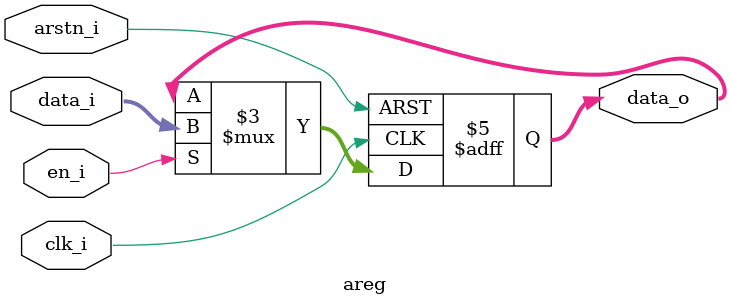
<source format=sv>
/* verilator lint_off TIMESCALEMOD */
module areg #(
    parameter DATA_WIDTH = 16
) (
    input  logic                  clk_i,
    input  logic                  arstn_i,
    input  logic                  en_i,
    input  logic [DATA_WIDTH-1:0] data_i,
    output logic [DATA_WIDTH-1:0] data_o
);

    always_ff @(posedge clk_i or negedge arstn_i) begin
        if (~arstn_i) begin
            data_o <= '0;
        end else if (en_i) begin
            data_o <= data_i;
        end 
    end

endmodule

</source>
